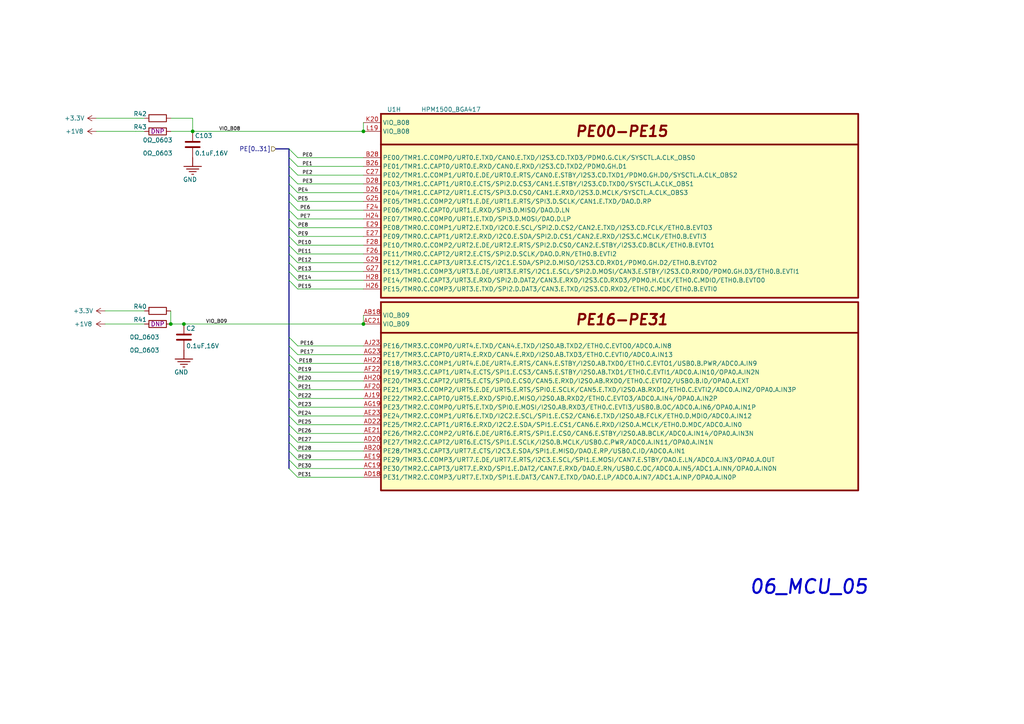
<source format=kicad_sch>
(kicad_sch (version 20230121) (generator eeschema)
  (paper "A4")
  (junction (at 105.41 93.98))
  (junction (at 53.34 93.98))
  (junction (at 55.88 38.1))
  (junction (at 49.53 93.98))
  (junction (at 105.41 38.1))
  (bus_entry (at 83.82 78.74) (size 2.54 2.54))
  (bus_entry (at 83.82 63.5) (size 2.54 2.54))
  (bus_entry (at 83.82 53.34) (size 2.54 2.54))
  (bus_entry (at 83.82 60.96) (size 2.54 2.54))
  (bus_entry (at 83.82 102.87) (size 2.54 2.54))
  (bus_entry (at 83.82 68.58) (size 2.54 2.54))
  (bus_entry (at 83.82 58.42) (size 2.54 2.54))
  (bus_entry (at 83.82 130.81) (size 2.54 2.54))
  (bus_entry (at 83.82 100.33) (size 2.54 2.54))
  (bus_entry (at 83.82 55.88) (size 2.54 2.54))
  (bus_entry (at 83.82 107.95) (size 2.54 2.54))
  (bus_entry (at 83.82 128.27) (size 2.54 2.54))
  (bus_entry (at 83.82 50.8) (size 2.54 2.54))
  (bus_entry (at 83.82 81.28) (size 2.54 2.54))
  (bus_entry (at 83.82 125.73) (size 2.54 2.54))
  (bus_entry (at 83.82 71.12) (size 2.54 2.54))
  (bus_entry (at 83.82 97.79) (size 2.54 2.54))
  (bus_entry (at 83.82 73.66) (size 2.54 2.54))
  (bus_entry (at 83.82 43.18) (size 2.54 2.54))
  (bus_entry (at 83.82 48.26) (size 2.54 2.54))
  (bus_entry (at 83.82 133.35) (size 2.54 2.54))
  (bus_entry (at 83.82 115.57) (size 2.54 2.54))
  (bus_entry (at 83.82 120.65) (size 2.54 2.54))
  (bus_entry (at 83.82 123.19) (size 2.54 2.54))
  (bus_entry (at 83.82 66.04) (size 2.54 2.54))
  (bus_entry (at 83.82 110.49) (size 2.54 2.54))
  (bus_entry (at 83.82 118.11) (size 2.54 2.54))
  (bus_entry (at 83.82 76.2) (size 2.54 2.54))
  (bus_entry (at 83.82 45.72) (size 2.54 2.54))
  (bus_entry (at 83.82 113.03) (size 2.54 2.54))
  (bus_entry (at 83.82 105.41) (size 2.54 2.54))
  (bus_entry (at 83.82 135.89) (size 2.54 2.54))
  (wire (pts (xy 86.36 125.73) (xy 105.41 125.73)) (stroke (width 0.15)))
  (wire (pts (xy 86.36 53.34) (xy 105.41 53.34)) (stroke (width 0.15)))
  (bus (pts (xy 83.82 123.19) (xy 83.82 125.73)))
  (bus (pts (xy 83.82 43.18) (xy 83.82 45.72)))
  (wire (pts (xy 86.36 115.57) (xy 105.41 115.57)) (stroke (width 0.15)))
  (bus (pts (xy 83.82 128.27) (xy 83.82 130.81)))
  (wire (pts (xy 86.36 60.96) (xy 105.41 60.96)) (stroke (width 0.15)))
  (wire (pts (xy 86.36 138.43) (xy 105.41 138.43)))
  (wire (pts (xy 105.41 35.56) (xy 105.41 38.1)) (stroke (width 0.15)))
  (wire (pts (xy 39.37 38.1) (xy 41.91 38.1)))
  (bus (pts (xy 83.82 97.79) (xy 83.82 100.33)))
  (wire (pts (xy 86.36 102.87) (xy 105.41 102.87)))
  (wire (pts (xy 86.36 55.88) (xy 105.41 55.88)))
  (bus (pts (xy 83.82 81.28) (xy 83.82 97.79)))
  (bus (pts (xy 83.82 58.42) (xy 83.82 60.96)))
  (wire (pts (xy 86.36 48.26) (xy 105.41 48.26)))
  (wire (pts (xy 86.36 107.95) (xy 105.41 107.95)) (stroke (width 0.15)))
  (wire (pts (xy 49.53 93.98) (xy 53.34 93.98)) (stroke (width 0.15)))
  (bus (pts (xy 83.82 76.2) (xy 83.82 78.74)))
  (bus (pts (xy 83.82 50.8) (xy 83.82 53.34)))
  (wire (pts (xy 86.36 71.12) (xy 105.41 71.12)) (stroke (width 0.15)))
  (wire (pts (xy 86.36 123.19) (xy 105.41 123.19)))
  (wire (pts (xy 86.36 133.35) (xy 105.41 133.35)) (stroke (width 0.15)))
  (wire (pts (xy 55.88 38.1) (xy 105.41 38.1)) (stroke (width 0.15)))
  (bus (pts (xy 83.82 110.49) (xy 83.82 113.03)))
  (wire (pts (xy 86.36 50.8) (xy 105.41 50.8)) (stroke (width 0.15)))
  (bus (pts (xy 83.82 107.95) (xy 83.82 110.49)))
  (wire (pts (xy 86.36 81.28) (xy 105.41 81.28)))
  (wire (pts (xy 30.48 93.98) (xy 41.91 93.98)) (stroke (width 0.15)))
  (bus (pts (xy 83.82 105.41) (xy 83.82 107.95)))
  (bus (pts (xy 83.82 125.73) (xy 83.82 128.27)))
  (wire (pts (xy 39.37 34.29) (xy 41.91 34.29)))
  (bus (pts (xy 83.82 45.72) (xy 83.82 48.26)))
  (wire (pts (xy 27.94 34.29) (xy 39.37 34.29)) (stroke (width 0.15)))
  (wire (pts (xy 49.53 90.17) (xy 49.53 93.98)) (stroke (width 0.15)))
  (wire (pts (xy 30.48 90.17) (xy 41.91 90.17)) (stroke (width 0.15)))
  (bus (pts (xy 83.82 63.5) (xy 83.82 66.04)))
  (bus (pts (xy 83.82 130.81) (xy 83.82 133.35)))
  (bus (pts (xy 83.82 71.12) (xy 83.82 73.66)))
  (bus (pts (xy 83.82 73.66) (xy 83.82 76.2)))
  (bus (pts (xy 83.82 78.74) (xy 83.82 81.28)))
  (bus (pts (xy 83.82 113.03) (xy 83.82 115.57)))
  (bus (pts (xy 83.82 60.96) (xy 83.82 63.5)))
  (bus (pts (xy 83.82 133.35) (xy 83.82 135.89)))
  (bus (pts (xy 83.82 115.57) (xy 83.82 118.11)))
  (bus (pts (xy 83.82 55.88) (xy 83.82 58.42)))
  (wire (pts (xy 49.53 38.1) (xy 55.88 38.1)))
  (wire (pts (xy 86.36 83.82) (xy 105.41 83.82)))
  (wire (pts (xy 86.36 73.66) (xy 105.41 73.66)) (stroke (width 0.15)))
  (wire (pts (xy 86.36 76.2) (xy 105.41 76.2)) (stroke (width 0.15)))
  (bus (pts (xy 80.01 43.18) (xy 83.82 43.18)))
  (wire (pts (xy 86.36 66.04) (xy 105.41 66.04)))
  (wire (pts (xy 86.36 58.42) (xy 105.41 58.42)))
  (wire (pts (xy 86.36 105.41) (xy 105.41 105.41)))
  (wire (pts (xy 86.36 118.11) (xy 105.41 118.11)))
  (wire (pts (xy 105.41 91.44) (xy 105.41 93.98)) (stroke (width 0.15)))
  (wire (pts (xy 49.53 34.29) (xy 55.88 34.29)))
  (wire (pts (xy 86.36 100.33) (xy 105.41 100.33)))
  (bus (pts (xy 83.82 66.04) (xy 83.82 68.58)))
  (wire (pts (xy 53.34 93.98) (xy 105.41 93.98)) (stroke (width 0.15)))
  (bus (pts (xy 83.82 102.87) (xy 83.82 105.41)))
  (wire (pts (xy 86.36 120.65) (xy 105.41 120.65)))
  (wire (pts (xy 55.88 34.29) (xy 55.88 38.1)) (stroke (width 0.15)))
  (wire (pts (xy 86.36 45.72) (xy 105.41 45.72)))
  (wire (pts (xy 27.94 38.1) (xy 39.37 38.1)) (stroke (width 0.15)))
  (bus (pts (xy 83.82 68.58) (xy 83.82 71.12)))
  (bus (pts (xy 83.82 120.65) (xy 83.82 123.19)))
  (bus (pts (xy 83.82 53.34) (xy 83.82 55.88)))
  (wire (pts (xy 86.36 128.27) (xy 105.41 128.27)) (stroke (width 0.15)))
  (bus (pts (xy 83.82 118.11) (xy 83.82 120.65)))
  (wire (pts (xy 86.36 130.81) (xy 105.41 130.81)) (stroke (width 0.15)))
  (wire (pts (xy 86.36 135.89) (xy 105.41 135.89)))
  (wire (pts (xy 86.36 78.74) (xy 105.41 78.74)) (stroke (width 0.15)))
  (wire (pts (xy 86.36 110.49) (xy 105.41 110.49)))
  (bus (pts (xy 83.82 48.26) (xy 83.82 50.8)))
  (wire (pts (xy 86.36 68.58) (xy 105.41 68.58)))
  (wire (pts (xy 86.36 113.03) (xy 105.41 113.03)) (stroke (width 0.15)))
  (bus (pts (xy 83.82 100.33) (xy 83.82 102.87)))
  (wire (pts (xy 86.36 63.5) (xy 105.41 63.5)) (stroke (width 0.15)))
  (text "06_MCU_05" (at 217.17 172.72 0) (effects (font (size 4 4) (thickness 0.6) bold italic) (justify left bottom)))
  (label "PE0" (at 87.63 45.72 0) (effects (font (size 1 1))) (property "Intersheetrefs" "${INTERSHEET_REFS}" (effects hide)))
  (label "PE26" (at 86.36 125.73 0) (effects (font (size 1 1))))
  (label "PE18" (at 86.614 105.41 0) (effects (font (size 1 1))) (property "Intersheetrefs" "${INTERSHEET_REFS}" (effects hide)))
  (label "PE25" (at 86.36 123.19 0) (effects (font (size 1 1))) (property "Intersheetrefs" "${INTERSHEET_REFS}" (effects hide)))
  (label "VIO_B08" (at 63.5 38.1 0) (effects (font (size 1 1))))
  (label "PE20" (at 86.36 110.49 0) (effects (font (size 1 1))) (property "Intersheetrefs" "${INTERSHEET_REFS}" (effects hide)))
  (label "PE5" (at 86.36 58.42 0) (effects (font (size 1 1))) (property "Intersheetrefs" "${INTERSHEET_REFS}" (effects hide)))
  (label "VIO_B09" (at 59.69 93.98 0) (effects (font (size 1 1))))
  (label "PE17" (at 86.995 102.87 0) (effects (font (size 1 1))) (property "Intersheetrefs" "${INTERSHEET_REFS}" (effects hide)))
  (label "PE29" (at 86.36 133.35 0) (effects (font (size 1 1))))
  (label "PE2" (at 87.63 50.8 0) (effects (font (size 1 1))))
  (label "PE7" (at 86.995 63.5 0) (effects (font (size 1 1))))
  (label "PE21" (at 86.36 113.03 0) (effects (font (size 1 1))))
  (label "PE14" (at 86.36 81.28 0) (effects (font (size 1 1))) (property "Intersheetrefs" "${INTERSHEET_REFS}" (effects hide)))
  (label "PE15" (at 86.36 83.82 0) (effects (font (size 1 1))) (property "Intersheetrefs" "${INTERSHEET_REFS}" (effects hide)))
  (label "PE4" (at 86.36 55.88 0) (effects (font (size 1 1))) (property "Intersheetrefs" "${INTERSHEET_REFS}" (effects hide)))
  (label "PE3" (at 87.63 53.34 0) (effects (font (size 1 1))))
  (label "PE12" (at 86.36 76.2 0) (effects (font (size 1 1))))
  (label "PE19" (at 86.36 107.95 0) (effects (font (size 1 1))))
  (label "PE8" (at 86.36 66.04 0) (effects (font (size 1 1))) (property "Intersheetrefs" "${INTERSHEET_REFS}" (effects hide)))
  (label "PE23" (at 86.36 118.11 0) (effects (font (size 1 1))) (property "Intersheetrefs" "${INTERSHEET_REFS}" (effects hide)))
  (label "PE30" (at 86.36 135.89 0) (effects (font (size 1 1))) (property "Intersheetrefs" "${INTERSHEET_REFS}" (effects hide)))
  (label "PE9" (at 86.36 68.58 0) (effects (font (size 1 1))) (property "Intersheetrefs" "${INTERSHEET_REFS}" (effects hide)))
  (label "PE1" (at 87.63 48.26 0) (effects (font (size 1 1))) (property "Intersheetrefs" "${INTERSHEET_REFS}" (effects hide)))
  (label "PE11" (at 86.36 73.66 0) (effects (font (size 1 1))))
  (label "PE16" (at 86.995 100.33 0) (effects (font (size 1 1))) (property "Intersheetrefs" "${INTERSHEET_REFS}" (effects hide)))
  (label "PE10" (at 86.36 71.12 0) (effects (font (size 1 1))))
  (label "PE28" (at 86.36 130.81 0) (effects (font (size 1 1))))
  (label "PE13" (at 86.36 78.74 0) (effects (font (size 1 1))))
  (label "PE31" (at 86.36 138.43 0) (effects (font (size 1 1))) (property "Intersheetrefs" "${INTERSHEET_REFS}" (effects hide)))
  (label "PE27" (at 86.36 128.27 0) (effects (font (size 1 1))))
  (label "PE24" (at 86.36 120.65 0) (effects (font (size 1 1))) (property "Intersheetrefs" "${INTERSHEET_REFS}" (effects hide)))
  (label "PE22" (at 86.36 115.57 0) (effects (font (size 1 1))))
  (label "PE6" (at 86.995 60.96 0) (effects (font (size 1 1))))
  (hierarchical_label "PE[0..31]" (shape input) (at 80.01 43.18 180))
  (symbol (lib_id "power:+1V8") (at 27.94 38.1 90) (unit 1)
    (property "Reference" "#PWR0218" (effects hide))
    (property "Value" "+1V8" (at 21.59 38.1 90))
  )
  (symbol (lib_id "02_HPM_Resistor:0Ω_0603") (at 45.72 93.98 0) (unit 1)
    (property "Reference" "R41" (at 40.64 92.71 0))
    (property "Value" "0Ω_0603" (at 41.91 101.6 0))
    (property "Footprint" "02_HPM_Resistor:R_0603" (effects hide))
    (property "Model" "0603WAF0000T5E" (effects hide))
    (property "Company" "UNI-ROYAL(厚声)" (effects hide))
    (property "ASSY_OPT" "DNP" (at 45.72 93.98 0))
  )
  (symbol (lib_id "power:+3.3V") (at 27.94 34.29 90) (unit 1)
    (property "Reference" "#PWR0219" (effects hide))
    (property "Value" "+3.3V" (at 21.59 34.29 90))
  )
  (symbol (lib_id "power:+3.3V") (at 30.48 90.17 90) (unit 1)
    (property "Reference" "#PWR0221" (effects hide))
    (property "Value" "+3.3V" (at 24.13 90.17 90))
  )
  (symbol (lib_id "02_HPM_Resistor:0Ω_0603") (at 45.72 90.17 0) (unit 1)
    (property "Reference" "R40" (at 40.64 88.9 0))
    (property "Value" "0Ω_0603" (at 41.91 97.79 0))
    (property "Footprint" "02_HPM_Resistor:R_0603_1608Metric" (effects hide))
    (property "Model" "0603WAF0000T5E" (effects hide))
    (property "Company" "UNI-ROYAL(厚声)" (effects hide))
  )
  (symbol (lib_name "0.1uF,16V_1") (lib_id "03_HPM_Capacitance:0.1uF,16V") (at 53.34 97.79 0) (unit 1)
    (property "Reference" "C2" (at 53.975 95.25 0) (effects (justify left)))
    (property "Value" "0.1uF,16V" (at 53.975 100.33 0) (effects (justify left)))
    (property "Footprint" "03_HPM_Capacitance:C_0402" (effects hide))
    (property "Model" "CL05B104KO5NNNC" (effects hide))
    (property "Company" "SAMSUNG(三星)" (effects hide))
  )
  (symbol (lib_id "02_HPM_Resistor:0Ω_0603") (at 45.72 34.29 0) (unit 1)
    (property "Reference" "R42" (at 40.64 33.02 0))
    (property "Value" "0Ω_0603" (at 45.72 40.64 0))
    (property "Footprint" "02_HPM_Resistor:R_0603_1608Metric" (effects hide))
    (property "Model" "0603WAF0000T5E" (effects hide))
    (property "Company" "UNI-ROYAL(厚声)" (effects hide))
  )
  (symbol (lib_id "power:+1V8") (at 30.48 93.98 90) (unit 1)
    (property "Reference" "#PWR0220" (effects hide))
    (property "Value" "+1V8" (at 24.13 93.98 90))
  )
  (symbol (lib_id "02_HPM_Resistor:0Ω_0603") (at 45.72 38.1 0) (unit 1)
    (property "Reference" "R43" (at 40.64 36.83 0))
    (property "Value" "0Ω_0603" (at 45.72 44.45 0))
    (property "Footprint" "02_HPM_Resistor:R_0603" (effects hide))
    (property "Model" "0603WAF0000T5E" (effects hide))
    (property "Company" "UNI-ROYAL(厚声)" (effects hide))
    (property "ASSY_OPT" "DNP" (at 45.72 38.1 0))
  )
  (symbol (lib_id "333-altium-import:GND") (at 53.34 101.6 0) (unit 1)
    (property "Reference" "#PWR013" (effects hide))
    (property "Value" "GND" (at 54.61 107.95 0) (effects (justify right)))
  )
  (symbol (lib_id "333-altium-import:GND") (at 55.88 45.72 0) (unit 1)
    (property "Reference" "#PWR012" (effects hide))
    (property "Value" "GND" (at 57.15 52.07 0) (effects (justify right)))
  )
  (symbol (lib_id "03_HPM_Capacitance:0.1uF,16V") (at 55.88 41.91 0) (unit 1)
    (property "Reference" "C103" (at 56.515 39.37 0) (effects (justify left)))
    (property "Value" "0.1uF,16V" (at 56.515 44.45 0) (effects (justify left)))
    (property "Footprint" "03_HPM_Capacitance:C_0402" (effects hide))
    (property "Model" "CL05B104KO5NNNC" (effects hide))
    (property "Company" "SAMSUNG(三星)" (effects hide))
  )
  (symbol (lib_id "00_HPM6800_Library:HPM6880IBD1") (at 248.92 33.02 0) (unit 8)
    (property "Reference" "U1" (at 114.3 31.75 0))
    (property "Value" "HPM1500_BGA417" (at 130.81 31.75 0))
    (property "Footprint" "00_HPM_Library:BGA_417" (effects hide))
    (property "Model" "此处不用焊接，不要加焊锡，不要收焊接费，，我们是socket" (effects hide))
    (property "Company" "HPM." (effects hide))
  )
)
</source>
